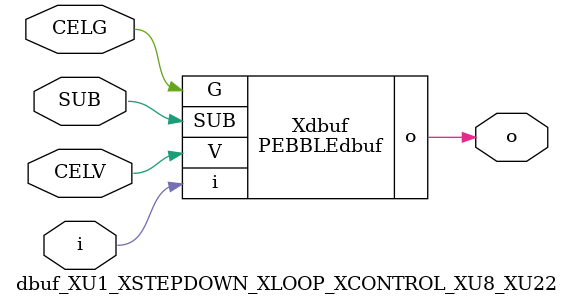
<source format=v>



module PEBBLEdbuf ( o, G, SUB, V, i );

  input V;
  input i;
  input G;
  output o;
  input SUB;
endmodule

//Celera Confidential Do Not Copy dbuf_XU1_XSTEPDOWN_XLOOP_XCONTROL_XU8_XU22
//Celera Confidential Symbol Generator
//Digital Buffer
module dbuf_XU1_XSTEPDOWN_XLOOP_XCONTROL_XU8_XU22 (CELV,CELG,i,o,SUB);
input CELV;
input CELG;
input i;
input SUB;
output o;

//Celera Confidential Do Not Copy dbuf
PEBBLEdbuf Xdbuf(
.V (CELV),
.i (i),
.o (o),
.SUB (SUB),
.G (CELG)
);
//,diesize,PEBBLEdbuf

//Celera Confidential Do Not Copy Module End
//Celera Schematic Generator
endmodule

</source>
